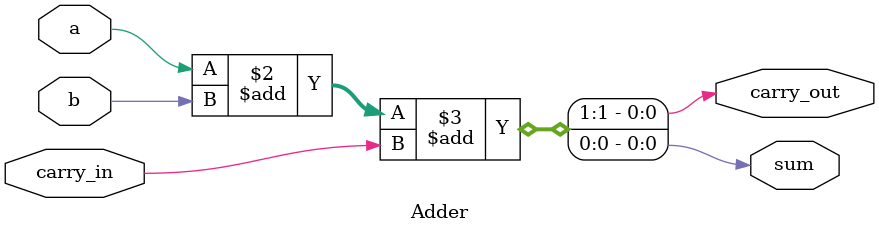
<source format=v>
module Adder ( input a,
  input b,
  input carry_in,
  output reg sum,
  output reg carry_out );
  always @ (a or b or carry_in) begin
  {carry_out, sum} = a + b + carry_in;
end
endmodule
</source>
